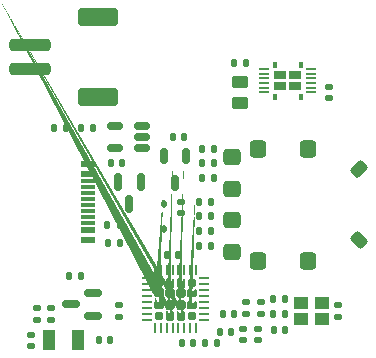
<source format=gbr>
%TF.GenerationSoftware,KiCad,Pcbnew,7.0.1*%
%TF.CreationDate,2024-01-11T23:21:17+00:00*%
%TF.ProjectId,Hardware,48617264-7761-4726-952e-6b696361645f,rev?*%
%TF.SameCoordinates,Original*%
%TF.FileFunction,Paste,Bot*%
%TF.FilePolarity,Positive*%
%FSLAX46Y46*%
G04 Gerber Fmt 4.6, Leading zero omitted, Abs format (unit mm)*
G04 Created by KiCad (PCBNEW 7.0.1) date 2024-01-11 23:21:17*
%MOMM*%
%LPD*%
G01*
G04 APERTURE LIST*
G04 Aperture macros list*
%AMRoundRect*
0 Rectangle with rounded corners*
0 $1 Rounding radius*
0 $2 $3 $4 $5 $6 $7 $8 $9 X,Y pos of 4 corners*
0 Add a 4 corners polygon primitive as box body*
4,1,4,$2,$3,$4,$5,$6,$7,$8,$9,$2,$3,0*
0 Add four circle primitives for the rounded corners*
1,1,$1+$1,$2,$3*
1,1,$1+$1,$4,$5*
1,1,$1+$1,$6,$7*
1,1,$1+$1,$8,$9*
0 Add four rect primitives between the rounded corners*
20,1,$1+$1,$2,$3,$4,$5,0*
20,1,$1+$1,$4,$5,$6,$7,0*
20,1,$1+$1,$6,$7,$8,$9,0*
20,1,$1+$1,$8,$9,$2,$3,0*%
%AMFreePoly0*
4,1,48,0.243846,0.320419,0.247801,0.321117,0.251278,0.319109,0.263019,0.317039,0.281006,0.301945,0.301344,0.290204,0.304133,0.282540,0.310381,0.277298,0.314458,0.254171,0.322490,0.232106,0.322490,-0.157228,0.321515,-0.162753,0.322146,-0.165106,0.320465,-0.168710,0.317039,-0.188141,0.304356,-0.203256,0.296017,-0.221139,0.221139,-0.296017,0.216543,-0.299234,0.215326,-0.301344,
0.211587,-0.302704,0.195426,-0.314021,0.175771,-0.315740,0.157228,-0.322490,-0.232106,-0.322490,-0.243846,-0.320419,-0.247801,-0.321117,-0.251278,-0.319109,-0.263019,-0.317039,-0.281006,-0.301945,-0.301344,-0.290204,-0.304133,-0.282540,-0.310381,-0.277298,-0.314458,-0.254171,-0.322490,-0.232106,-0.322490,0.232106,-0.320419,0.243846,-0.321117,0.247801,-0.319109,0.251278,-0.317039,0.263019,
-0.301945,0.281006,-0.290204,0.301344,-0.282540,0.304133,-0.277298,0.310381,-0.254171,0.314458,-0.232106,0.322490,0.232106,0.322490,0.243846,0.320419,0.243846,0.320419,$1*%
%AMFreePoly1*
4,1,51,0.186967,0.402286,0.188965,0.402822,0.192026,0.401394,0.208508,0.398488,0.221329,0.387729,0.236504,0.380653,0.300030,0.317127,0.302759,0.313228,0.304550,0.312195,0.305704,0.309022,0.315305,0.295312,0.316763,0.278637,0.322490,0.262904,0.322490,-0.262904,0.321663,-0.267592,0.322198,-0.269588,0.320772,-0.272645,0.317865,-0.289131,0.307105,-0.301953,0.300030,-0.317127,
0.236504,-0.380653,0.232605,-0.383382,0.231572,-0.385173,0.228399,-0.386327,0.214688,-0.395928,0.198014,-0.397386,0.182281,-0.403113,-0.245807,-0.403113,-0.255768,-0.401356,-0.259123,-0.401948,-0.262073,-0.400244,-0.272034,-0.398488,-0.287292,-0.385684,-0.304550,-0.375721,-0.306917,-0.369217,-0.312216,-0.364771,-0.315675,-0.345154,-0.322490,-0.326430,-0.322490,0.326430,-0.320733,0.336391,
-0.321325,0.339746,-0.319621,0.342696,-0.317865,0.352657,-0.305061,0.367915,-0.295098,0.385173,-0.288594,0.387540,-0.284148,0.392839,-0.264531,0.396298,-0.245807,0.403113,0.182281,0.403113,0.186967,0.402286,0.186967,0.402286,$1*%
%AMFreePoly2*
4,1,48,0.162752,0.321515,0.165105,0.322146,0.168708,0.320465,0.188141,0.317039,0.203256,0.304355,0.221139,0.296017,0.296017,0.221139,0.299234,0.216543,0.301344,0.215326,0.302704,0.211587,0.314021,0.195426,0.315740,0.175771,0.322490,0.157228,0.322490,-0.232106,0.320419,-0.243846,0.321117,-0.247801,0.319109,-0.251278,0.317039,-0.263019,0.301945,-0.281006,0.290204,-0.301344,
0.282540,-0.304133,0.277298,-0.310381,0.254171,-0.314458,0.232106,-0.322490,-0.232106,-0.322490,-0.243846,-0.320419,-0.247801,-0.321117,-0.251278,-0.319109,-0.263019,-0.317039,-0.281006,-0.301945,-0.301344,-0.290204,-0.304133,-0.282540,-0.310381,-0.277298,-0.314458,-0.254171,-0.322490,-0.232106,-0.322490,0.232106,-0.320419,0.243846,-0.321117,0.247801,-0.319109,0.251278,-0.317039,0.263019,
-0.301945,0.281006,-0.290204,0.301344,-0.282540,0.304133,-0.277298,0.310381,-0.254171,0.314458,-0.232106,0.322490,0.157228,0.322490,0.162752,0.321515,0.162752,0.321515,$1*%
%AMFreePoly3*
4,1,51,0.336391,0.320733,0.339746,0.321325,0.342696,0.319621,0.352657,0.317865,0.367915,0.305061,0.385173,0.295098,0.387540,0.288594,0.392839,0.284148,0.396298,0.264531,0.403113,0.245807,0.403113,-0.182281,0.402286,-0.186969,0.402821,-0.188965,0.401395,-0.192022,0.398488,-0.208508,0.387728,-0.221330,0.380653,-0.236504,0.317127,-0.300030,0.313228,-0.302759,0.312195,-0.304550,
0.309022,-0.305704,0.295311,-0.315305,0.278637,-0.316763,0.262904,-0.322490,-0.262904,-0.322490,-0.267592,-0.321663,-0.269588,-0.322198,-0.272645,-0.320772,-0.289131,-0.317865,-0.301953,-0.307105,-0.317127,-0.300030,-0.380653,-0.236504,-0.383382,-0.232605,-0.385173,-0.231572,-0.386327,-0.228399,-0.395928,-0.214688,-0.397386,-0.198014,-0.403113,-0.182281,-0.403113,0.245807,-0.401356,0.255768,
-0.401948,0.259123,-0.400244,0.262073,-0.398488,0.272034,-0.385684,0.287292,-0.375721,0.304550,-0.369217,0.306917,-0.364771,0.312216,-0.345154,0.315675,-0.326430,0.322490,0.326430,0.322490,0.336391,0.320733,0.336391,0.320733,$1*%
%AMFreePoly4*
4,1,51,0.267590,0.321663,0.269588,0.322199,0.272649,0.320771,0.289131,0.317865,0.301952,0.307106,0.317127,0.300030,0.380653,0.236504,0.383382,0.232605,0.385173,0.231572,0.386327,0.228399,0.395928,0.214689,0.397386,0.198014,0.403113,0.182281,0.403113,-0.245807,0.401356,-0.255768,0.401948,-0.259123,0.400244,-0.262073,0.398488,-0.272034,0.385684,-0.287292,0.375721,-0.304550,
0.369217,-0.306917,0.364771,-0.312216,0.345154,-0.315675,0.326430,-0.322490,-0.326430,-0.322490,-0.336391,-0.320733,-0.339746,-0.321325,-0.342696,-0.319621,-0.352657,-0.317865,-0.367915,-0.305061,-0.385173,-0.295098,-0.387540,-0.288594,-0.392839,-0.284148,-0.396298,-0.264531,-0.403113,-0.245807,-0.403113,0.182281,-0.402286,0.186967,-0.402822,0.188965,-0.401394,0.192026,-0.398488,0.208508,
-0.387729,0.221329,-0.380653,0.236504,-0.317127,0.300030,-0.313228,0.302759,-0.312195,0.304550,-0.309022,0.305704,-0.295312,0.315305,-0.278637,0.316763,-0.262904,0.322490,0.262904,0.322490,0.267590,0.321663,0.267590,0.321663,$1*%
%AMFreePoly5*
4,1,48,0.243846,0.320419,0.247801,0.321117,0.251278,0.319109,0.263019,0.317039,0.281006,0.301945,0.301344,0.290204,0.304133,0.282540,0.310381,0.277298,0.314458,0.254171,0.322490,0.232106,0.322490,-0.232106,0.320419,-0.243846,0.321117,-0.247801,0.319109,-0.251278,0.317039,-0.263019,0.301945,-0.281006,0.290204,-0.301344,0.282540,-0.304133,0.277298,-0.310381,0.254171,-0.314458,
0.232106,-0.322490,-0.157228,-0.322490,-0.162753,-0.321515,-0.165106,-0.322146,-0.168710,-0.320465,-0.188141,-0.317039,-0.203256,-0.304356,-0.221139,-0.296017,-0.296017,-0.221139,-0.299234,-0.216543,-0.301344,-0.215326,-0.302704,-0.211587,-0.314021,-0.195426,-0.315740,-0.175771,-0.322490,-0.157228,-0.322490,0.232106,-0.320419,0.243846,-0.321117,0.247801,-0.319109,0.251278,-0.317039,0.263019,
-0.301945,0.281006,-0.290204,0.301344,-0.282540,0.304133,-0.277298,0.310381,-0.254171,0.314458,-0.232106,0.322490,0.232106,0.322490,0.243846,0.320419,0.243846,0.320419,$1*%
%AMFreePoly6*
4,1,51,0.255768,0.401356,0.259123,0.401948,0.262073,0.400244,0.272034,0.398488,0.287292,0.385684,0.304550,0.375721,0.306917,0.369217,0.312216,0.364771,0.315675,0.345154,0.322490,0.326430,0.322490,-0.326430,0.320733,-0.336391,0.321325,-0.339746,0.319621,-0.342696,0.317865,-0.352657,0.305061,-0.367915,0.295098,-0.385173,0.288594,-0.387540,0.284148,-0.392839,0.264531,-0.396298,
0.245807,-0.403113,-0.182281,-0.403113,-0.186969,-0.402286,-0.188965,-0.402821,-0.192022,-0.401395,-0.208508,-0.398488,-0.221330,-0.387728,-0.236504,-0.380653,-0.300030,-0.317127,-0.302759,-0.313228,-0.304550,-0.312195,-0.305704,-0.309022,-0.315305,-0.295311,-0.316763,-0.278637,-0.322490,-0.262904,-0.322490,0.262904,-0.321663,0.267590,-0.322199,0.269588,-0.320771,0.272649,-0.317865,0.289131,
-0.307106,0.301952,-0.300030,0.317127,-0.236504,0.380653,-0.232605,0.383382,-0.231572,0.385173,-0.228399,0.386327,-0.214689,0.395928,-0.198014,0.397386,-0.182281,0.403113,0.245807,0.403113,0.255768,0.401356,0.255768,0.401356,$1*%
%AMFreePoly7*
4,1,48,0.243846,0.320419,0.247801,0.321117,0.251278,0.319109,0.263019,0.317039,0.281006,0.301945,0.301344,0.290204,0.304133,0.282540,0.310381,0.277298,0.314458,0.254171,0.322490,0.232106,0.322490,-0.232106,0.320419,-0.243846,0.321117,-0.247801,0.319109,-0.251278,0.317039,-0.263019,0.301945,-0.281006,0.290204,-0.301344,0.282540,-0.304133,0.277298,-0.310381,0.254171,-0.314458,
0.232106,-0.322490,-0.232106,-0.322490,-0.243846,-0.320419,-0.247801,-0.321117,-0.251278,-0.319109,-0.263019,-0.317039,-0.281006,-0.301945,-0.301344,-0.290204,-0.304133,-0.282540,-0.310381,-0.277298,-0.314458,-0.254171,-0.322490,-0.232106,-0.322490,0.157228,-0.321515,0.162752,-0.322146,0.165105,-0.320465,0.168708,-0.317039,0.188141,-0.304355,0.203256,-0.296017,0.221139,-0.221139,0.296017,
-0.216543,0.299234,-0.215326,0.301344,-0.211587,0.302704,-0.195426,0.314021,-0.175771,0.315740,-0.157228,0.322490,0.232106,0.322490,0.243846,0.320419,0.243846,0.320419,$1*%
G04 Aperture macros list end*
%ADD10RoundRect,0.140000X-0.170000X0.140000X-0.170000X-0.140000X0.170000X-0.140000X0.170000X0.140000X0*%
%ADD11RoundRect,0.140000X-0.140000X-0.170000X0.140000X-0.170000X0.140000X0.170000X-0.140000X0.170000X0*%
%ADD12RoundRect,0.135000X-0.185000X0.135000X-0.185000X-0.135000X0.185000X-0.135000X0.185000X0.135000X0*%
%ADD13RoundRect,0.150000X0.587500X0.150000X-0.587500X0.150000X-0.587500X-0.150000X0.587500X-0.150000X0*%
%ADD14RoundRect,0.135000X-0.135000X-0.185000X0.135000X-0.185000X0.135000X0.185000X-0.135000X0.185000X0*%
%ADD15RoundRect,0.150000X0.512500X0.150000X-0.512500X0.150000X-0.512500X-0.150000X0.512500X-0.150000X0*%
%ADD16RoundRect,0.135000X0.135000X0.185000X-0.135000X0.185000X-0.135000X-0.185000X0.135000X-0.185000X0*%
%ADD17R,1.000000X1.800000*%
%ADD18FreePoly0,90.000000*%
%ADD19FreePoly1,90.000000*%
%ADD20FreePoly2,90.000000*%
%ADD21FreePoly3,90.000000*%
%ADD22RoundRect,0.201557X0.201556X-0.201556X0.201556X0.201556X-0.201556X0.201556X-0.201556X-0.201556X0*%
%ADD23FreePoly4,90.000000*%
%ADD24FreePoly5,90.000000*%
%ADD25FreePoly6,90.000000*%
%ADD26FreePoly7,90.000000*%
%ADD27RoundRect,0.062500X0.062500X-0.337500X0.062500X0.337500X-0.062500X0.337500X-0.062500X-0.337500X0*%
%ADD28RoundRect,0.062500X0.337500X-0.062500X0.337500X0.062500X-0.337500X0.062500X-0.337500X-0.062500X0*%
%ADD29RoundRect,0.147500X0.147500X0.172500X-0.147500X0.172500X-0.147500X-0.172500X0.147500X-0.172500X0*%
%ADD30R,1.240000X0.600000*%
%ADD31R,1.240000X0.300000*%
%ADD32RoundRect,0.250000X-1.500000X0.250000X-1.500000X-0.250000X1.500000X-0.250000X1.500000X0.250000X0*%
%ADD33RoundRect,0.250001X-1.449999X0.499999X-1.449999X-0.499999X1.449999X-0.499999X1.449999X0.499999X0*%
%ADD34RoundRect,0.250000X-0.450000X0.262500X-0.450000X-0.262500X0.450000X-0.262500X0.450000X0.262500X0*%
%ADD35R,1.150000X1.000000*%
%ADD36RoundRect,0.140000X0.170000X-0.140000X0.170000X0.140000X-0.170000X0.140000X-0.170000X-0.140000X0*%
%ADD37R,0.200000X0.200000*%
%ADD38O,0.850000X0.200000*%
%ADD39R,0.400000X0.575000*%
%ADD40R,1.100000X0.775000*%
%ADD41RoundRect,0.150000X-0.150000X0.512500X-0.150000X-0.512500X0.150000X-0.512500X0.150000X0.512500X0*%
%ADD42RoundRect,0.140000X0.140000X0.170000X-0.140000X0.170000X-0.140000X-0.170000X0.140000X-0.170000X0*%
%ADD43RoundRect,0.150000X-0.150000X0.587500X-0.150000X-0.587500X0.150000X-0.587500X0.150000X0.587500X0*%
%ADD44RoundRect,0.147500X-0.172500X0.147500X-0.172500X-0.147500X0.172500X-0.147500X0.172500X0.147500X0*%
%ADD45RoundRect,0.350000X0.350000X-0.400000X0.350000X0.400000X-0.350000X0.400000X-0.350000X-0.400000X0*%
%ADD46RoundRect,0.250000X0.141421X-0.494975X0.494975X-0.141421X-0.141421X0.494975X-0.494975X0.141421X0*%
%ADD47RoundRect,0.250000X0.494975X0.141421X0.141421X0.494975X-0.494975X-0.141421X-0.141421X-0.494975X0*%
%ADD48RoundRect,0.350000X0.400000X-0.350000X0.400000X0.350000X-0.400000X0.350000X-0.400000X-0.350000X0*%
%ADD49RoundRect,0.112500X-0.112500X0.187500X-0.112500X-0.187500X0.112500X-0.187500X0.112500X0.187500X0*%
G04 APERTURE END LIST*
D10*
%TO.C,C14*%
X142000000Y-48020000D03*
X142000000Y-48980000D03*
%TD*%
D11*
%TO.C,C20*%
X131020000Y-60250000D03*
X131980000Y-60250000D03*
%TD*%
D12*
%TO.C,R1*%
X118500000Y-66740000D03*
X118500000Y-67760000D03*
%TD*%
D11*
%TO.C,C15*%
X123540000Y-54500000D03*
X124500000Y-54500000D03*
%TD*%
%TO.C,C12*%
X133020000Y-67250000D03*
X133980000Y-67250000D03*
%TD*%
D13*
%TO.C,Q2*%
X122000000Y-65500000D03*
X122000000Y-67400000D03*
X120125000Y-66450000D03*
%TD*%
D14*
%TO.C,R12*%
X130990000Y-59000000D03*
X132010000Y-59000000D03*
%TD*%
D11*
%TO.C,C19*%
X137315000Y-68580000D03*
X138275000Y-68580000D03*
%TD*%
D14*
%TO.C,R10*%
X123250000Y-61250000D03*
X124270000Y-61250000D03*
%TD*%
D15*
%TO.C,U3*%
X126137500Y-51300000D03*
X126137500Y-52250000D03*
X126137500Y-53200000D03*
X123862500Y-53200000D03*
X123862500Y-51300000D03*
%TD*%
D14*
%TO.C,R11*%
X130990000Y-61500000D03*
X132010000Y-61500000D03*
%TD*%
D16*
%TO.C,R3*%
X119760000Y-51500000D03*
X118740000Y-51500000D03*
%TD*%
D17*
%TO.C,Y2*%
X120750000Y-69500000D03*
X118250000Y-69500000D03*
%TD*%
D11*
%TO.C,C5*%
X132770000Y-68750000D03*
X133730000Y-68750000D03*
%TD*%
D18*
%TO.C,U1*%
X127600000Y-67400000D03*
D19*
X128500000Y-67400000D03*
X129500000Y-67400000D03*
D20*
X130400000Y-67400000D03*
D21*
X127600000Y-66500000D03*
D22*
X128500000Y-66500000D03*
X129500000Y-66500000D03*
D23*
X130400000Y-66500000D03*
D21*
X127600000Y-65500000D03*
D22*
X128500000Y-65500000D03*
X129500000Y-65500000D03*
D23*
X130400000Y-65500000D03*
D24*
X127600000Y-64600000D03*
D25*
X128500000Y-64600000D03*
X129500000Y-64600000D03*
D26*
X130400000Y-64600000D03*
D27*
X130750000Y-68450000D03*
X130250000Y-68450000D03*
X129750000Y-68450000D03*
X129250000Y-68450000D03*
X128750000Y-68450000D03*
X128250000Y-68450000D03*
X127750000Y-68450000D03*
X127250000Y-68450000D03*
D28*
X126550000Y-67750000D03*
X126550000Y-67250000D03*
X126550000Y-66750000D03*
X126550000Y-66250000D03*
X126550000Y-65750000D03*
X126550000Y-65250000D03*
X126550000Y-64750000D03*
X126550000Y-64250000D03*
D27*
X127250000Y-63550000D03*
X127750000Y-63550000D03*
X128250000Y-63550000D03*
X128750000Y-63550000D03*
X129250000Y-63550000D03*
X129750000Y-63550000D03*
X130250000Y-63550000D03*
X130750000Y-63550000D03*
D28*
X131450000Y-64250000D03*
X131450000Y-64750000D03*
X131450000Y-65250000D03*
X131450000Y-65750000D03*
X131450000Y-66250000D03*
X131450000Y-66750000D03*
X131450000Y-67250000D03*
X131450000Y-67750000D03*
%TD*%
D29*
%TO.C,L1*%
X132485000Y-69750000D03*
X131515000Y-69750000D03*
%TD*%
D14*
%TO.C,R4*%
X123240000Y-59750000D03*
X124260000Y-59750000D03*
%TD*%
D30*
%TO.C,J1*%
X121581000Y-60985000D03*
X121581000Y-60185000D03*
D31*
X121581000Y-59035000D03*
X121581000Y-58035000D03*
X121581000Y-57535000D03*
X121581000Y-56535000D03*
D30*
X121581000Y-55385000D03*
X121581000Y-54585000D03*
X121581000Y-54585000D03*
X121581000Y-55385000D03*
D31*
X121581000Y-56035000D03*
X121581000Y-57035000D03*
X121581000Y-58535000D03*
X121581000Y-59535000D03*
D30*
X121581000Y-60185000D03*
X121581000Y-60985000D03*
%TD*%
D32*
%TO.C,J2*%
X116650000Y-44500000D03*
X116650000Y-46500000D03*
D33*
X122400000Y-42150000D03*
X122400000Y-48850000D03*
%TD*%
D16*
%TO.C,R5*%
X132260000Y-55750000D03*
X131240000Y-55750000D03*
%TD*%
D34*
%TO.C,R6*%
X134500000Y-47587500D03*
X134500000Y-49412500D03*
%TD*%
D11*
%TO.C,C21*%
X131020000Y-57750000D03*
X131980000Y-57750000D03*
%TD*%
%TO.C,C1*%
X137270000Y-67250000D03*
X138230000Y-67250000D03*
%TD*%
D35*
%TO.C,Y1*%
X139625000Y-66300000D03*
X141375000Y-66300000D03*
X141375000Y-67700000D03*
X139625000Y-67700000D03*
%TD*%
D10*
%TO.C,C3*%
X116750000Y-69020000D03*
X116750000Y-69980000D03*
%TD*%
%TO.C,C11*%
X135000000Y-66270000D03*
X135000000Y-67230000D03*
%TD*%
D36*
%TO.C,C13*%
X136250000Y-67230000D03*
X136250000Y-66270000D03*
%TD*%
D16*
%TO.C,R9*%
X121010000Y-64000000D03*
X119990000Y-64000000D03*
%TD*%
D10*
%TO.C,C16*%
X129500000Y-57770000D03*
X129500000Y-58730000D03*
%TD*%
D37*
%TO.C,U2*%
X140800000Y-46500000D03*
D38*
X140475000Y-46500000D03*
D37*
X140800000Y-46900000D03*
D38*
X140475000Y-46900000D03*
D37*
X140800000Y-47300000D03*
D38*
X140475000Y-47300000D03*
D37*
X140800000Y-47700000D03*
D38*
X140475000Y-47700000D03*
D37*
X140800000Y-48100000D03*
D38*
X140475000Y-48100000D03*
D37*
X140800000Y-48500000D03*
D38*
X140475000Y-48500000D03*
X136525000Y-48500000D03*
D37*
X136200000Y-48500000D03*
D38*
X136525000Y-48100000D03*
D37*
X136200000Y-48100000D03*
D38*
X136525000Y-47700000D03*
D37*
X136200000Y-47700000D03*
D38*
X136525000Y-47300000D03*
D37*
X136200000Y-47300000D03*
D38*
X136525000Y-46900000D03*
D37*
X136200000Y-46900000D03*
D38*
X136525000Y-46500000D03*
D37*
X136200000Y-46500000D03*
D39*
X139600000Y-48865000D03*
X139600000Y-46135000D03*
D40*
X139150000Y-47987500D03*
X139150000Y-47012500D03*
X137850000Y-47987500D03*
X137850000Y-47012500D03*
D39*
X137400000Y-48865000D03*
X137400000Y-46135000D03*
%TD*%
D41*
%TO.C,U4*%
X128000000Y-53862500D03*
X129900000Y-53862500D03*
X128950000Y-56137500D03*
%TD*%
D11*
%TO.C,C22*%
X131270000Y-54500000D03*
X132230000Y-54500000D03*
%TD*%
D16*
%TO.C,R7*%
X135010000Y-46000000D03*
X133990000Y-46000000D03*
%TD*%
D42*
%TO.C,C4*%
X123480000Y-69500000D03*
X122520000Y-69500000D03*
%TD*%
D43*
%TO.C,Q1*%
X124145000Y-56062500D03*
X126045000Y-56062500D03*
X125095000Y-57937500D03*
%TD*%
D14*
%TO.C,R13*%
X131240000Y-53250000D03*
X132260000Y-53250000D03*
%TD*%
D36*
%TO.C,C6*%
X117250000Y-67730000D03*
X117250000Y-66770000D03*
%TD*%
D44*
%TO.C,L2*%
X136000000Y-68515000D03*
X136000000Y-69485000D03*
%TD*%
D45*
%TO.C,J4*%
X136000000Y-62750000D03*
X140250000Y-62750000D03*
D46*
X144500000Y-61000000D03*
D47*
X144500000Y-55000000D03*
D45*
X136000000Y-53250000D03*
X140250000Y-53250000D03*
D48*
X133750000Y-62000000D03*
X133750000Y-59333334D03*
X133750000Y-56666668D03*
X133750000Y-54000000D03*
%TD*%
D11*
%TO.C,C10*%
X128270000Y-62250000D03*
X129230000Y-62250000D03*
%TD*%
D36*
%TO.C,C7*%
X134750000Y-69480000D03*
X134750000Y-68520000D03*
%TD*%
D16*
%TO.C,R2*%
X138260000Y-66000000D03*
X137240000Y-66000000D03*
%TD*%
D10*
%TO.C,C2*%
X142750000Y-66520000D03*
X142750000Y-67480000D03*
%TD*%
D42*
%TO.C,C8*%
X130480000Y-69750000D03*
X129520000Y-69750000D03*
%TD*%
D10*
%TO.C,C9*%
X124250000Y-66520000D03*
X124250000Y-67480000D03*
%TD*%
D42*
%TO.C,C17*%
X129730000Y-52250000D03*
X128770000Y-52250000D03*
%TD*%
D14*
%TO.C,R8*%
X120990000Y-51500000D03*
X122010000Y-51500000D03*
%TD*%
D49*
%TO.C,D1*%
X128000000Y-57950000D03*
X128000000Y-60050000D03*
%TD*%
M02*

</source>
